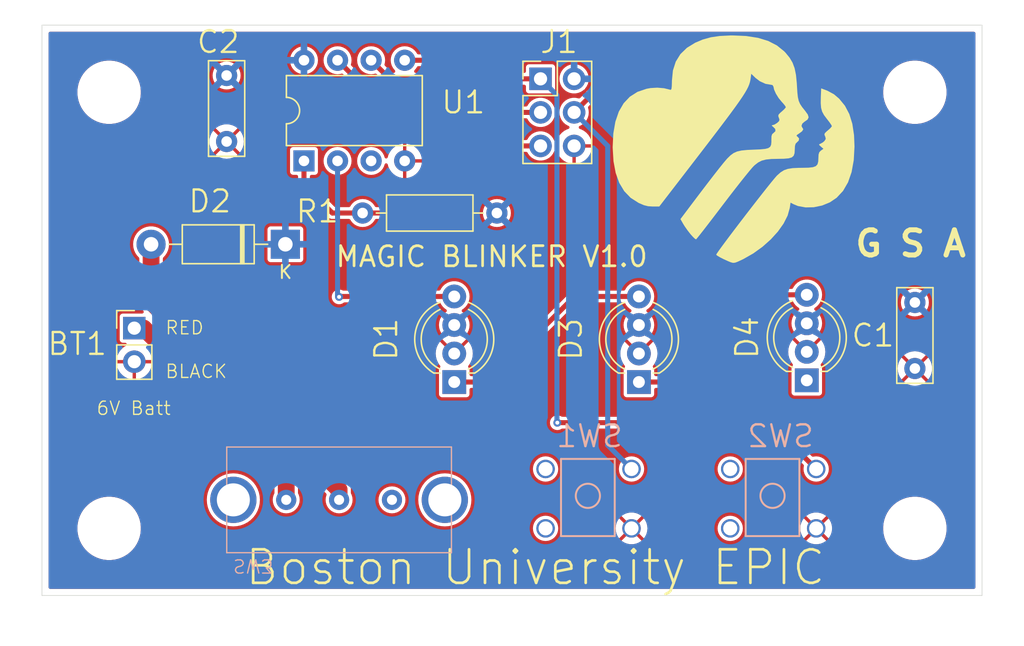
<source format=kicad_pcb>
(kicad_pcb (version 20240108) (generator "pcbnew") (generator_version "8.0")
  (layers (0 "F.Cu" signal) (31 "B.Cu" signal) (34 "B.Paste" user) (35 "F.Paste" user) (36 "B.SilkS" user "B.Silkscreen") (37 "F.SilkS" user "F.Silkscreen") (38 "B.Mask" user) (39 "F.Mask" user) (44 "Edge.Cuts" user))
  (net 0 "")
  (net 1 "+6V")
  (net 2 "GND")
  (net 3 "+5V")
  (net 4 "Net-(D1-DIN)")
  (net 5 "Net-(D1-DOUT)")
  (net 6 "Net-(D2-A)")
  (net 7 "Net-(D3-DOUT)")
  (net 9 "/MOSI")
  (net 10 "/MISO")
  (net 11 "/SCK")
  (net 12 "/nRST")
  (footprint "MountingHole:MountingHole_4.3mm_M4" (layer "F.Cu") (at 109.22 81.28)
    (property "Reference" "H4" (hide yes))
    (property "Value" "MountingHole")
    (pad "" np_thru_hole circle (at 0 0) (size 4.3 4.3) (drill 4.3) (layers "*.Cu" "*.Mask"))
  )
  (footprint "LED_THT:LED_D5.0mm-4_RGB_Wide_Pins" (layer "F.Cu") (at 88.3412 70.19985 90)
    (property "Reference" "D3" (at 3.2385 -5.1562 90) (layer "F.SilkS") (effects (font (size 1.651 1.651) (thickness 0.1778))))
    (property "Value" "Adafruit NeoPixel_THT")
    (fp_line (start 0.6785 -1.545) (end 0.6785 -1.08) (stroke (width 0.12)) (layer "F.SilkS"))
    (fp_line (start 0.6785 1.08) (end 0.6785 1.545) (stroke (width 0.12)) (layer "F.SilkS"))
    (fp_arc (start 0.6785 -1.54483) (mid 3.496956 -2.978809) (end 6.026315 -1.080827) (stroke (width 0.12)) (layer "F.SilkS"))
    (fp_arc (start 0.983816 -1.08) (mid 3.238262 -2.5) (end 5.492979 -1.080429) (stroke (width 0.12)) (layer "F.SilkS"))
    (fp_arc (start 5.492979 1.080429) (mid 3.238262 2.5) (end 0.983816 1.08) (stroke (width 0.12)) (layer "F.SilkS"))
    (fp_arc (start 6.026315 1.080827) (mid 3.496956 2.978808) (end 0.6785 1.54483) (stroke (width 0.12)) (layer "F.SilkS"))
    (pad "1" thru_hole rect (at 0 0 90) (size 1.8 1.8) (drill 0.9) (layers "*.Cu" "*.Mask") (net 7 "Net-(D3-DOUT)"))
    (pad "2" thru_hole circle (at 2.159 0 90) (size 1.8 1.8) (drill 0.9) (layers "*.Cu" "*.Mask") (net 2 "GND"))
    (pad "3" thru_hole circle (at 4.318 0 90) (size 1.8 1.8) (drill 0.9) (layers "*.Cu" "*.Mask") (net 3 "+5V"))
    (pad "4" thru_hole circle (at 6.477 0 90) (size 1.8 1.8) (drill 0.9) (layers "*.Cu" "*.Mask") (net 5 "Net-(D1-DOUT)"))
  )
  (footprint "MountingHole:MountingHole_4.3mm_M4" (layer "F.Cu") (at 109.22 48.26)
    (property "Reference" "H2" (hide yes))
    (property "Value" "MountingHole")
    (pad "" np_thru_hole circle (at 0 0) (size 4.3 4.3) (drill 4.3) (layers "*.Cu" "*.Mask"))
  )
  (footprint "Connector_PinHeader_2.54mm:PinHeader_2x03_P2.54mm_Vertical" (layer "F.Cu") (at 80.899 47.244)
    (property "Reference" "J1" (at 1.397 -2.794 0) (layer "F.SilkS") (effects (font (size 1.651 1.651) (thickness 0.1778))))
    (property "Value" "AVR-ISP-6")
    (fp_line (start -1.33 -1.33) (end 0 -1.33) (stroke (width 0.12)) (layer "F.SilkS"))
    (fp_line (start -1.33 0) (end -1.33 -1.33) (stroke (width 0.12)) (layer "F.SilkS"))
    (fp_line (start -1.33 1.27) (end -1.33 6.41) (stroke (width 0.12)) (layer "F.SilkS"))
    (fp_line (start -1.33 1.27) (end 1.27 1.27) (stroke (width 0.12)) (layer "F.SilkS"))
    (fp_line (start -1.33 6.41) (end 3.87 6.41) (stroke (width 0.12)) (layer "F.SilkS"))
    (fp_line (start 1.27 -1.33) (end 3.87 -1.33) (stroke (width 0.12)) (layer "F.SilkS"))
    (fp_line (start 1.27 1.27) (end 1.27 -1.33) (stroke (width 0.12)) (layer "F.SilkS"))
    (fp_line (start 3.87 -1.33) (end 3.87 6.41) (stroke (width 0.12)) (layer "F.SilkS"))
    (pad "1" thru_hole rect (at 0 0) (size 1.7 1.7) (drill 1) (layers "*.Cu" "*.Mask") (net 10 "/MISO"))
    (pad "2" thru_hole oval (at 2.54 0) (size 1.7 1.7) (drill 1) (layers "*.Cu" "*.Mask") (net 3 "+5V"))
    (pad "3" thru_hole oval (at 0 2.54) (size 1.7 1.7) (drill 1) (layers "*.Cu" "*.Mask") (net 11 "/SCK"))
    (pad "4" thru_hole oval (at 2.54 2.54) (size 1.7 1.7) (drill 1) (layers "*.Cu" "*.Mask") (net 9 "/MOSI"))
    (pad "5" thru_hole oval (at 0 5.08) (size 1.7 1.7) (drill 1) (layers "*.Cu" "*.Mask") (net 12 "/nRST"))
    (pad "6" thru_hole oval (at 2.54 5.08) (size 1.7 1.7) (drill 1) (layers "*.Cu" "*.Mask") (net 2 "GND"))
  )
  (footprint "Connector_PinHeader_2.54mm:PinHeader_1x02_P2.54mm_Vertical" (layer "F.Cu") (at 50.165 66.12)
    (property "Reference" "BT1" (at -4.318 1.19 0) (layer "F.SilkS") (effects (font (size 1.651 1.651) (thickness 0.1778))))
    (property "Value" "Battery")
    (fp_line (start -1.33 -1.33) (end 0 -1.33) (stroke (width 0.12)) (layer "F.SilkS"))
    (fp_line (start -1.33 0) (end -1.33 -1.33) (stroke (width 0.12)) (layer "F.SilkS"))
    (fp_line (start -1.33 1.27) (end -1.33 3.87) (stroke (width 0.12)) (layer "F.SilkS"))
    (fp_line (start -1.33 1.27) (end 1.33 1.27) (stroke (width 0.12)) (layer "F.SilkS"))
    (fp_line (start -1.33 3.87) (end 1.33 3.87) (stroke (width 0.12)) (layer "F.SilkS"))
    (fp_line (start 1.33 1.27) (end 1.33 3.87) (stroke (width 0.12)) (layer "F.SilkS"))
    (pad "1" thru_hole rect (at 0 0) (size 1.7 1.7) (drill 1) (layers "*.Cu" "*.Mask") (net 1 "+6V"))
    (pad "2" thru_hole oval (at 0 2.54) (size 1.7 1.7) (drill 1) (layers "*.Cu" "*.Mask") (net 2 "GND"))
  )
  (footprint "LED_THT:LED_D5.0mm-4_RGB_Wide_Pins" (layer "F.Cu") (at 101.0412 70.07285 90)
    (property "Reference" "D4" (at 3.2385 -4.5212 90) (layer "F.SilkS") (effects (font (size 1.651 1.651) (thickness 0.1778))))
    (property "Value" "Adafruit NeoPixel_THT")
    (fp_line (start 0.6785 -1.545) (end 0.6785 -1.08) (stroke (width 0.12)) (layer "F.SilkS"))
    (fp_line (start 0.6785 1.08) (end 0.6785 1.545) (stroke (width 0.12)) (layer "F.SilkS"))
    (fp_arc (start 0.6785 -1.54483) (mid 3.496956 -2.978809) (end 6.026315 -1.080827) (stroke (width 0.12)) (layer "F.SilkS"))
    (fp_arc (start 0.983816 -1.08) (mid 3.238262 -2.5) (end 5.492979 -1.080429) (stroke (width 0.12)) (layer "F.SilkS"))
    (fp_arc (start 5.492979 1.080429) (mid 3.238262 2.5) (end 0.983816 1.08) (stroke (width 0.12)) (layer "F.SilkS"))
    (fp_arc (start 6.026315 1.080827) (mid 3.496956 2.978808) (end 0.6785 1.54483) (stroke (width 0.12)) (layer "F.SilkS"))
    (pad "1" thru_hole rect (at 0 0 90) (size 1.8 1.8) (drill 0.9) (layers "*.Cu" "*.Mask"))
    (pad "2" thru_hole circle (at 2.159 0 90) (size 1.8 1.8) (drill 0.9) (layers "*.Cu" "*.Mask") (net 2 "GND"))
    (pad "3" thru_hole circle (at 4.318 0 90) (size 1.8 1.8) (drill 0.9) (layers "*.Cu" "*.Mask") (net 3 "+5V"))
    (pad "4" thru_hole circle (at 6.477 0 90) (size 1.8 1.8) (drill 0.9) (layers "*.Cu" "*.Mask") (net 7 "Net-(D3-DOUT)"))
  )
  (footprint "Capacitor_THT:C_Disc_D7.0mm_W2.5mm_P5.00mm" (layer "F.Cu") (at 57.15 46.99 -90)
    (property "Reference" "C2" (at -2.54 0.635 180) (layer "F.SilkS") (effects (font (size 1.651 1.651) (thickness 0.1778))))
    (property "Value" "0.1uF")
    (fp_line (start -1.12 1.37) (end 6.12 1.37) (stroke (width 0.12)) (layer "F.SilkS"))
    (fp_line (start -1.12 -1.37) (end -1.12 1.37) (stroke (width 0.12)) (layer "F.SilkS"))
    (fp_line (start -1.12 -1.37) (end 6.12 -1.37) (stroke (width 0.12)) (layer "F.SilkS"))
    (fp_line (start 6.12 -1.37) (end 6.12 1.37) (stroke (width 0.12)) (layer "F.SilkS"))
    (pad "1" thru_hole circle (at 0 0 270) (size 1.6 1.6) (drill 0.8) (layers "*.Cu" "*.Mask") (net 3 "+5V"))
    (pad "2" thru_hole circle (at 5 0 270) (size 1.6 1.6) (drill 0.8) (layers "*.Cu" "*.Mask") (net 2 "GND"))
  )
  (footprint "LED_THT:LED_D5.0mm-4_RGB_Wide_Pins" (layer "F.Cu") (at 74.3712 70.19985 90)
    (property "Reference" "D1" (at 3.2385 -5.1562 90) (layer "F.SilkS") (effects (font (size 1.651 1.651) (thickness 0.1778))))
    (property "Value" "Adafruit NeoPixel_THT")
    (fp_line (start 0.6785 -1.545) (end 0.6785 -1.08) (stroke (width 0.12)) (layer "F.SilkS"))
    (fp_line (start 0.6785 1.08) (end 0.6785 1.545) (stroke (width 0.12)) (layer "F.SilkS"))
    (fp_arc (start 0.6785 -1.54483) (mid 3.496956 -2.978809) (end 6.026315 -1.080827) (stroke (width 0.12)) (layer "F.SilkS"))
    (fp_arc (start 0.983816 -1.08) (mid 3.238262 -2.5) (end 5.492979 -1.080429) (stroke (width 0.12)) (layer "F.SilkS"))
    (fp_arc (start 5.492979 1.080429) (mid 3.238262 2.5) (end 0.983816 1.08) (stroke (width 0.12)) (layer "F.SilkS"))
    (fp_arc (start 6.026315 1.080827) (mid 3.496956 2.978808) (end 0.6785 1.54483) (stroke (width 0.12)) (layer "F.SilkS"))
    (pad "1" thru_hole rect (at 0 0 90) (size 1.8 1.8) (drill 0.9) (layers "*.Cu" "*.Mask") (net 5 "Net-(D1-DOUT)"))
    (pad "2" thru_hole circle (at 2.159 0 90) (size 1.8 1.8) (drill 0.9) (layers "*.Cu" "*.Mask") (net 2 "GND"))
    (pad "3" thru_hole circle (at 4.318 0 90) (size 1.8 1.8) (drill 0.9) (layers "*.Cu" "*.Mask") (net 3 "+5V"))
    (pad "4" thru_hole circle (at 6.477 0 90) (size 1.8 1.8) (drill 0.9) (layers "*.Cu" "*.Mask") (net 4 "Net-(D1-DIN)"))
  )
  (footprint "Diode_THT:D_DO-41_SOD81_P10.16mm_Horizontal" (layer "F.Cu") (at 61.595 59.77 180)
    (property "Reference" "D2" (at 5.715 3.255 0) (layer "F.SilkS") (effects (font (size 1.651 1.651) (thickness 0.1778))))
    (property "Value" "1N4002")
    (fp_line (start 8.82 0) (end 7.8 0) (stroke (width 0.12)) (layer "F.SilkS"))
    (fp_line (start 7.8 1.47) (end 7.8 -1.47) (stroke (width 0.12)) (layer "F.SilkS"))
    (fp_line (start 7.8 -1.47) (end 2.36 -1.47) (stroke (width 0.12)) (layer "F.SilkS"))
    (fp_line (start 3.38 -1.47) (end 3.38 1.47) (stroke (width 0.12)) (layer "F.SilkS"))
    (fp_line (start 3.26 -1.47) (end 3.26 1.47) (stroke (width 0.12)) (layer "F.SilkS"))
    (fp_line (start 3.14 -1.47) (end 3.14 1.47) (stroke (width 0.12)) (layer "F.SilkS"))
    (fp_line (start 2.36 1.47) (end 7.8 1.47) (stroke (width 0.12)) (layer "F.SilkS"))
    (fp_line (start 2.36 -1.47) (end 2.36 1.47) (stroke (width 0.12)) (layer "F.SilkS"))
    (fp_line (start 1.34 0) (end 2.36 0) (stroke (width 0.12)) (layer "F.SilkS"))
    (fp_text user "K" (at 0 -2.1 0) (layer "F.SilkS"))
    (pad "1" thru_hole rect (at 0 0 180) (size 2.2 2.2) (drill 1.1) (layers "*.Cu" "*.Mask") (net 3 "+5V"))
    (pad "2" thru_hole oval (at 10.16 0 180) (size 2.2 2.2) (drill 1.1) (layers "*.Cu" "*.Mask") (net 6 "Net-(D2-A)"))
  )
  (footprint "Resistor_THT:R_Axial_DIN0207_L6.3mm_D2.5mm_P10.16mm_Horizontal" (layer "F.Cu") (at 77.597 57.404 180)
    (property "Reference" "R1" (at 13.589 0.127 360) (layer "F.SilkS") (effects (font (size 1.651 1.651) (thickness 0.1778))))
    (property "Value" "10k")
    (fp_line (start 9.12 0) (end 8.35 0) (stroke (width 0.12)) (layer "F.SilkS"))
    (fp_line (start 8.35 1.37) (end 8.35 -1.37) (stroke (width 0.12)) (layer "F.SilkS"))
    (fp_line (start 8.35 -1.37) (end 1.81 -1.37) (stroke (width 0.12)) (layer "F.SilkS"))
    (fp_line (start 1.81 1.37) (end 8.35 1.37) (stroke (width 0.12)) (layer "F.SilkS"))
    (fp_line (start 1.81 -1.37) (end 1.81 1.37) (stroke (width 0.12)) (layer "F.SilkS"))
    (fp_line (start 1.04 0) (end 1.81 0) (stroke (width 0.12)) (layer "F.SilkS"))
    (pad "1" thru_hole circle (at 0 0 180) (size 1.6 1.6) (drill 0.8) (layers "*.Cu" "*.Mask") (net 3 "+5V"))
    (pad "2" thru_hole oval (at 10.16 0 180) (size 1.6 1.6) (drill 0.8) (layers "*.Cu" "*.Mask") (net 12 "/nRST"))
  )
  (footprint "Package_DIP:DIP-8_W7.62mm" (layer "F.Cu") (at 63.002 53.457 90)
    (property "Reference" "U1" (at 4.435 12.055 180) (layer "F.SilkS") (effects (font (size 1.651 1.651) (thickness 0.1778))))
    (property "Value" "ATtiny85-20P")
    (fp_line (start 6.46 -1.33) (end 4.81 -1.33) (stroke (width 0.12)) (layer "F.SilkS"))
    (fp_line (start 2.81 -1.33) (end 1.16 -1.33) (stroke (width 0.12)) (layer "F.SilkS"))
    (fp_line (start 1.16 -1.33) (end 1.16 8.95) (stroke (width 0.12)) (layer "F.SilkS"))
    (fp_line (start 6.46 8.95) (end 6.46 -1.33) (stroke (width 0.12)) (layer "F.SilkS"))
    (fp_line (start 1.16 8.95) (end 6.46 8.95) (stroke (width 0.12)) (layer "F.SilkS"))
    (fp_arc (start 4.81 -1.33) (mid 3.81 -0.33) (end 2.81 -1.33) (stroke (width 0.12)) (layer "F.SilkS"))
    (pad "1" thru_hole rect (at 0 0 90) (size 1.6 1.6) (drill 0.8) (layers "*.Cu" "*.Mask") (net 12 "/nRST"))
    (pad "2" thru_hole oval (at 0 2.54 90) (size 1.6 1.6) (drill 0.8) (layers "*.Cu" "*.Mask") (net 4 "Net-(D1-DIN)"))
    (pad "3" thru_hole oval (at 0 5.08 90) (size 1.6 1.6) (drill 0.8) (layers "*.Cu" "*.Mask"))
    (pad "4" thru_hole oval (at 0 7.62 90) (size 1.6 1.6) (drill 0.8) (layers "*.Cu" "*.Mask") (net 2 "GND"))
    (pad "5" thru_hole oval (at 7.62 7.62 90) (size 1.6 1.6) (drill 0.8) (layers "*.Cu" "*.Mask") (net 9 "/MOSI"))
    (pad "6" thru_hole oval (at 7.62 5.08 90) (size 1.6 1.6) (drill 0.8) (layers "*.Cu" "*.Mask") (net 10 "/MISO"))
    (pad "7" thru_hole oval (at 7.62 2.54 90) (size 1.6 1.6) (drill 0.8) (layers "*.Cu" "*.Mask") (net 11 "/SCK"))
    (pad "8" thru_hole oval (at 7.62 0 90) (size 1.6 1.6) (drill 0.8) (layers "*.Cu" "*.Mask") (net 3 "+5V"))
  )
  (footprint "MountingHole:MountingHole_4.3mm_M4" (layer "F.Cu") (at 48.26 48.26)
    (property "Reference" "H1" (hide yes))
    (property "Value" "MountingHole")
    (pad "" np_thru_hole circle (at 0 0) (size 4.3 4.3) (drill 4.3) (layers "*.Cu" "*.Mask"))
  )
  (footprint "Capacitor_THT:C_Disc_D7.0mm_W2.5mm_P5.00mm" (layer "F.Cu") (at 109.22 64.175 -90)
    (property "Reference" "C1" (at 2.5 3.175 180) (layer "F.SilkS") (effects (font (size 1.651 1.651) (thickness 0.1778))))
    (property "Value" "0.1uF")
    (fp_line (start -1.12 1.37) (end 6.12 1.37) (stroke (width 0.12)) (layer "F.SilkS"))
    (fp_line (start -1.12 -1.37) (end -1.12 1.37) (stroke (width 0.12)) (layer "F.SilkS"))
    (fp_line (start -1.12 -1.37) (end 6.12 -1.37) (stroke (width 0.12)) (layer "F.SilkS"))
    (fp_line (start 6.12 -1.37) (end 6.12 1.37) (stroke (width 0.12)) (layer "F.SilkS"))
    (pad "1" thru_hole circle (at 0 0 270) (size 1.6 1.6) (drill 0.8) (layers "*.Cu" "*.Mask") (net 3 "+5V"))
    (pad "2" thru_hole circle (at 5 0 270) (size 1.6 1.6) (drill 0.8) (layers "*.Cu" "*.Mask") (net 2 "GND"))
  )
  (footprint "gs_logo:gs_logo" (layer "F.Cu") (at 95.377 52.451)
    (property "Reference" "FID1" (hide yes))
    (property "Value" "Fiducial" (hide yes))
    (fp_poly (pts (xy 7.217804 -4.310484) (xy 7.719095 -4.040105) (xy 8.114995 -3.703789) (xy 8.552732 -3.168054) (xy 8.883405 -2.538353) (xy 9.111091 -1.801965) (xy 9.239868 -0.946168) (xy 9.274611 -0.08495) (xy 9.219229 0.945851) (xy 9.055989 1.851169) (xy 8.785695 2.629179) (xy 8.40915 3.278053) (xy 7.927158 3.795965) (xy 7.414807 4.142805) (xy 6.82179 4.385863) (xy 6.193346 4.515214) (xy 5.571716 4.52851) (xy 4.999138 4.423401) (xy 4.681548 4.29478) (xy 4.435901 4.167751) (xy 4.37696 4.568658) (xy 4.216305 5.146214) (xy 3.910971 5.749401) (xy 3.479816 6.357798) (xy 2.941701 6.950989) (xy 2.315485 7.508553) (xy 1.620028 8.010073) (xy 0.87419 8.43513) (xy 0.750074 8.495325) (xy 0.445643 8.636886) (xy 0.241913 8.712408) (xy 0.085303 8.727017) (xy -0.077765 8.685838) (xy -0.297325 8.595505) (xy -0.615137 8.45138) (xy -0.894616 8.309297) (xy -1.098102 8.189847) (xy -1.187932 8.113619) (xy -1.189298 8.107843) (xy -1.138865 8.016626) (xy -0.99618 7.808805) (xy -0.774165 7.501206) (xy -0.485739 7.110657) (xy -0.143825 6.653986) (xy 0.238656 6.148022) (xy 0.648783 5.609592) (xy 1.073635 5.055525) (xy 1.500292 4.502648) (xy 1.915831 3.96779) (xy 2.307332 3.467778) (xy 2.661873 3.01944) (xy 2.966534 2.639605) (xy 3.208393 2.3451) (xy 3.374529 2.152753) (xy 3.419207 2.105899) (xy 3.680786 1.873776) (xy 3.938387 1.712227) (xy 4.23135 1.609274) (xy 4.599012 1.552937) (xy 5.080709 1.531236) (xy 5.3117 1.529571) (xy 5.794308 1.519948) (xy 6.132535 1.482002) (xy 6.35134 1.401175) (xy 6.475683 1.262912) (xy 6.530522 1.052657) (xy 6.541137 0.812568) (xy 6.554819 0.526161) (xy 6.608034 0.352219) (xy 6.719031 0.234647) (xy 6.732274 0.225059) (xy 6.923411 0.089596) (xy 6.730592 -0.076368) (xy 6.604395 -0.195501) (xy 6.603646 -0.254714) (xy 6.698151 -0.293234) (xy 6.881474 -0.395977) (xy 7.003928 -0.504801) (xy 7.100222 -0.657825) (xy 7.066826 -0.81775) (xy 7.046317 -0.857942) (xy 6.997085 -0.987237) (xy 7.032212 -1.096302) (xy 7.175191 -1.23542) (xy 7.251921 -1.297997) (xy 7.435627 -1.461677) (xy 7.546109 -1.591583) (xy 7.560535 -1.628016) (xy 7.51026 -1.730628) (xy 7.378103 -1.922364) (xy 7.192061 -2.162763) (xy 7.181364 -2.175928) (xy 6.964439 -2.465194) (xy 6.824047 -2.728123) (xy 6.746793 -3.013679) (xy 6.719285 -3.370822) (xy 6.727574 -3.834788) (xy 6.753511 -4.483957)) (fill solid) (layer "F.SilkS"))
    (fp_poly (pts (xy 1.084763 -8.448909) (xy 1.979143 -8.30998) (xy 2.748494 -8.073725) (xy 3.401932 -7.737152) (xy 3.948573 -7.297265) (xy 4.063783 -7.177197) (xy 4.365732 -6.807729) (xy 4.588416 -6.431177) (xy 4.744683 -6.010028) (xy 4.847382 -5.506767) (xy 4.909361 -4.883882) (xy 4.921721 -4.672241) (xy 4.95149 -4.181061) (xy 4.991394 -3.817627) (xy 5.055213 -3.539824) (xy 5.156729 -3.305537) (xy 5.309724 -3.072651) (xy 5.527979 -2.799053) (xy 5.539071 -2.785693) (xy 5.74124 -2.504417) (xy 5.804147 -2.293822) (xy 5.725909 -2.124625) (xy 5.504644 -1.967547) (xy 5.485841 -1.957366) (xy 5.324335 -1.813716) (xy 5.26599 -1.643216) (xy 5.327746 -1.503483) (xy 5.348129 -1.488915) (xy 5.400265 -1.381799) (xy 5.307918 -1.234303) (xy 5.084746 -1.068155) (xy 5.082974 -1.067107) (xy 4.919409 -0.957762) (xy 4.891127 -0.887387) (xy 4.958214 -0.833769) (xy 5.083363 -0.693442) (xy 5.056023 -0.527392) (xy 4.92709 -0.405034) (xy 4.820737 -0.29906) (xy 4.769362 -0.121154) (xy 4.75719 0.143042) (xy 4.74067 0.420437) (xy 4.67451 0.614901) (xy 4.533812 0.740751) (xy 4.293677 0.812305) (xy 3.929208 0.843877) (xy 3.527753 0.849972) (xy 2.987747 0.861712) (xy 2.577276 0.903742) (xy 2.257043 0.987308) (xy 1.987754 1.123656) (xy 1.730115 1.324034) (xy 1.665634 1.382915) (xy 1.527315 1.531823) (xy 1.301267 1.799192) (xy 1.001503 2.167412) (xy 0.642035 2.618876) (xy 0.236876 3.135975) (xy -0.199961 3.701101) (xy -0.654464 4.296646) (xy -0.681596 4.332442) (xy -1.121629 4.911547) (xy -1.530797 5.446843) (xy -1.897539 5.923443) (xy -2.210291 6.326459) (xy -2.45749 6.641005) (xy -2.627575 6.852194) (xy -2.708981 6.945138) (xy -2.713208 6.948122) (xy -2.798675 6.900894) (xy -2.954467 6.753272) (xy -3.130954 6.555698) (xy -3.359879 6.262449) (xy -3.576747 5.952439) (xy -3.686828 5.774785) (xy -3.893457 5.411008) (xy -3.12034 4.383263) (xy -2.450531 3.496031) (xy -1.86325 2.724774) (xy -1.36167 2.073567) (xy -0.948961 1.546485) (xy -0.628295 1.147604) (xy -0.402842 0.880999) (xy -0.348304 0.821063) (xy -0.104138 0.581588) (xy 0.131988 0.409687) (xy 0.39668 0.293071) (xy 0.726545 0.219453) (xy 1.158189 0.176543) (xy 1.636137 0.154917) (xy 2.146041 0.133399) (xy 2.51005 0.098514) (xy 2.752169 0.037094) (xy 2.896402 -0.064027) (xy 2.966754 -0.218017) (xy 2.98723 -0.438043) (xy 2.986076 -0.585555) (xy 2.993705 -0.860163) (xy 3.042618 -1.017205) (xy 3.144721 -1.105192) (xy 3.292141 -1.246612) (xy 3.276198 -1.412731) (xy 3.124242 -1.566755) (xy 3.010878 -1.66269) (xy 3.042464 -1.697824) (xy 3.07031 -1.698996) (xy 3.228107 -1.748856) (xy 3.421434 -1.86912) (xy 3.425603 -1.87238) (xy 3.571067 -2.010239) (xy 3.594163 -2.135715) (xy 3.549286 -2.258082) (xy 3.50369 -2.398363) (xy 3.538356 -2.51298) (xy 3.677327 -2.654289) (xy 3.76507 -2.728006) (xy 3.949166 -2.894934) (xy 4.061456 -3.026016) (xy 4.077592 -3.064181) (xy 4.022977 -3.16549) (xy 3.88318 -3.339121) (xy 3.770616 -3.461508) (xy 3.531864 -3.753916) (xy 3.328318 -4.083002) (xy 3.18969 -4.394289) (xy 3.145009 -4.608528) (xy 3.074336 -4.7329) (xy 2.961862 -4.75719) (xy 2.541675 -4.8286) (xy 2.115296 -5.022894) (xy 1.788606 -5.272213) (xy 1.463918 -5.587312) (xy 1.419672 -5.25743) (xy 1.394757 -5.09879) (xy 1.359329 -4.941712) (xy 1.306965 -4.776885) (xy 1.231242 -4.594998) (xy 1.125738 -4.386738) (xy 0.98403 -4.142796) (xy 0.799695 -3.853859) (xy 0.56631 -3.510615) (xy 0.277453 -3.103755) (xy -0.073299 -2.623965) (xy -0.492368 -2.061935) (xy -0.986178 -1.408353) (xy -1.561151 -0.653908) (xy -2.22371 0.210711) (xy -2.980278 1.194817) (xy -3.466546 1.826422) (xy -5.494684 4.459866) (xy -5.998525 4.459834) (xy -6.340674 4.43836) (xy -6.65455 4.360403) (xy -7.018243 4.205587) (xy -7.07036 4.18018) (xy -7.662792 3.800943) (xy -8.146749 3.298695) (xy -8.523351 2.67101) (xy -8.793716 1.915463) (xy -8.958966 1.029632) (xy -9.020219 0.011089) (xy -9.020568 -0.042475) (xy -8.971971 -1.068172) (xy -8.817281 -1.962874) (xy -8.556844 -2.726044) (xy -8.191005 -3.357143) (xy -7.720108 -3.855635) (xy -7.144498 -4.22098) (xy -6.46452 -4.452643) (xy -6.156372 -4.508755) (xy -5.647046 -4.538328) (xy -5.132644 -4.495709) (xy -4.693296 -4.387855) (xy -4.672241 -4.379914) (xy -4.610115 -4.3807) (xy -4.570846 -4.45996) (xy -4.549022 -4.645712) (xy -4.539231 -4.965972) (xy -4.537987 -5.074876) (xy -4.462455 -5.840867) (xy -4.249405 -6.50769) (xy -3.896669 -7.078874) (xy -3.402077 -7.557947) (xy -2.775448 -7.942561) (xy -2.197538 -8.186131) (xy -1.591839 -8.353477) (xy -0.916463 -8.452747) (xy -0.129522 -8.492093) (xy 0.056239 -8.493508)) (fill solid) (layer "F.SilkS"))
  )
  (footprint "MountingHole:MountingHole_4.3mm_M4" (layer "F.Cu") (at 48.26 81.28)
    (property "Reference" "H3" (hide yes))
    (property "Value" "MountingHole")
    (pad "" np_thru_hole circle (at 0 0) (size 4.3 4.3) (drill 4.3) (layers "*.Cu" "*.Mask"))
  )
  (footprint "push_sw:BTN-B3F-1000" (layer "B.Cu") (at 101.7524 76.7842 180)
    (property "Reference" "SW2" (at 2.6924 2.4892 0) (layer "B.SilkS") (effects (font (size 1.651 1.651) (thickness 0.1778)) (justify mirror)))
    (property "Value" "SW_Push" (hide yes))
    (fp_line (start 5.334 0.762) (end 1.27 0.762) (stroke (width 0.15)) (layer "B.SilkS"))
    (fp_line (start 5.334 -5.08) (end 5.334 0.762) (stroke (width 0.15)) (layer "B.SilkS"))
    (fp_line (start 1.27 0.762) (end 1.27 -5.08) (stroke (width 0.15)) (layer "B.SilkS"))
    (fp_line (start 1.27 -5.08) (end 5.334 -5.08) (stroke (width 0.15)) (layer "B.SilkS"))
    (fp_circle (center 3.302 -2.032) (end 3.81 -2.794) (stroke (width 0.15)) (fill none) (layer "B.SilkS"))
    (pad "1" thru_hole circle (at 0 0 180) (size 1.397 1.397) (drill 1.0668) (layers "*.Cu" "*.Mask") (net 10 "/MISO"))
    (pad "2" thru_hole circle (at 0 -4.4958 180) (size 1.397 1.397) (drill 1.0668) (layers "*.Cu" "*.Mask") (net 2 "GND"))
    (pad "3" thru_hole circle (at 6.5024 -4.4958 180) (size 1.397 1.397) (drill 1.0668) (layers "*.Cu" "*.Mask"))
    (pad "4" thru_hole circle (at 6.5024 0 180) (size 1.397 1.397) (drill 1.0668) (layers "*.Cu" "*.Mask"))
  )
  (footprint "my_slide_sw:Slide_SLW-1711575-5A-N-D" (layer "B.Cu") (at 65.659 79.121)
    (property "Reference" "SW3" (at -6.5 5 180) (layer "B.SilkS") (effects (font (thickness 0.1)) (justify mirror)))
    (property "Value" "SW_SPST")
    (fp_line (start -8.5 -4) (end 8.5 -4) (stroke (width 0.1)) (layer "B.SilkS"))
    (fp_line (start -8.5 0) (end -8.5 -4) (stroke (width 0.1)) (layer "B.SilkS"))
    (fp_line (start -8.5 4) (end -8.5 0) (stroke (width 0.1)) (layer "B.SilkS"))
    (fp_line (start 8.5 -4) (end 8.5 4) (stroke (width 0.1)) (layer "B.SilkS"))
    (fp_line (start 8.5 4) (end -8.5 4) (stroke (width 0.1)) (layer "B.SilkS"))
    (pad "1" thru_hole circle (at -4 0) (size 1.524 1.524) (drill 0.762) (layers "*.Cu" "*.Mask") (net 1 "+6V"))
    (pad "2" thru_hole circle (at 0 0) (size 1.524 1.524) (drill 0.762) (layers "*.Cu" "*.Mask") (net 6 "Net-(D2-A)"))
    (pad "3" thru_hole circle (at 4 0) (size 1.524 1.524) (drill 0.762) (layers "*.Cu" "*.Mask"))
    (pad "4" thru_hole circle (at -8 0) (size 3.5 3.5) (drill 2.5) (layers "*.Cu" "*.Mask"))
    (pad "5" thru_hole circle (at 8 0) (size 3.5 3.5) (drill 2.5) (layers "*.Cu" "*.Mask"))
  )
  (footprint "push_sw:BTN-B3F-1000" (layer "B.Cu") (at 87.7824 76.7842 180)
    (property "Reference" "SW1" (at 3.175 2.4892 0) (layer "B.SilkS") (effects (font (size 1.651 1.651) (thickness 0.1778)) (justify mirror)))
    (property "Value" "SW_Push" (hide yes))
    (fp_line (start 5.334 0.762) (end 1.27 0.762) (stroke (width 0.15)) (layer "B.SilkS"))
    (fp_line (start 5.334 -5.08) (end 5.334 0.762) (stroke (width 0.15)) (layer "B.SilkS"))
    (fp_line (start 1.27 0.762) (end 1.27 -5.08) (stroke (width 0.15)) (layer "B.SilkS"))
    (fp_line (start 1.27 -5.08) (end 5.334 -5.08) (stroke (width 0.15)) (layer "B.SilkS"))
    (fp_circle (center 3.302 -2.032) (end 3.81 -2.794) (stroke (width 0.15)) (fill none) (layer "B.SilkS"))
    (pad "1" thru_hole circle (at 0 0 180) (size 1.397 1.397) (drill 1.0668) (layers "*.Cu" "*.Mask") (net 9 "/MOSI"))
    (pad "2" thru_hole circle (at 0 -4.4958 180) (size 1.397 1.397) (drill 1.0668) (layers "*.Cu" "*.Mask") (net 2 "GND"))
    (pad "3" thru_hole circle (at 6.5024 -4.4958 180) (size 1.397 1.397) (drill 1.0668) (layers "*.Cu" "*.Mask"))
    (pad "4" thru_hole circle (at 6.5024 0 180) (size 1.397 1.397) (drill 1.0668) (layers "*.Cu" "*.Mask"))
  )
  (gr_line (start 114.3 43.18) (end 114.3 86.36) (stroke (width 0.05)) (layer "Edge.Cuts"))
  (gr_line (start 43.18 86.36) (end 43.18 43.18) (stroke (width 0.05)) (layer "Edge.Cuts"))
  (gr_line (start 114.3 86.36) (end 43.18 86.36) (stroke (width 0.05)) (layer "Edge.Cuts"))
  (gr_line (start 43.18 43.18) (end 114.3 43.18) (stroke (width 0.05)) (layer "Edge.Cuts"))
  (gr_text "MAGIC BLINKER V1.0" (at 65.278 61.595 0) (layer "F.SilkS") (effects (font (size 1.524 1.524) (thickness 0.2032)) (justify left bottom)))
  (gr_text "RED" (at 52.451 66.675 0) (layer "F.SilkS") (effects (font (size 1 1) (thickness 0.1)) (justify left bottom)))
  (gr_text "Boston University EPIC" (at 58.42 85.725 0) (layer "F.SilkS") (effects (font (size 2.54 2.54) (thickness 0.2032)) (justify left bottom)))
  (gr_text "6V Batt" (at 47.244 72.771 0) (layer "F.SilkS") (effects (font (size 1 1) (thickness 0.1)) (justify left bottom)))
  (gr_text "BLACK" (at 52.451 69.977 0) (layer "F.SilkS") (effects (font (size 1 1) (thickness 0.1)) (justify left bottom)))
  (gr_text "G S A" (at 104.521 60.833 0) (layer "F.SilkS") (effects (font (size 1.905 1.905) (thickness 0.381) (bold yes)) (justify left bottom)))
  (segment (start 50.165 66.12) (end 50.88 66.12) (width 1.27) (layer "F.Cu") (net 1))
  (segment (start 61.659 76.899) (end 61.659 79.121) (width 1.27) (layer "F.Cu") (net 1))
  (segment (start 50.88 66.12) (end 61.659 76.899) (width 1.27) (layer "F.Cu") (net 1))
  (segment (start 65.69015 63.72285) (end 74.3712 63.72285) (width 0.381) (layer "F.Cu") (net 4))
  (segment (start 65.659 63.754) (end 65.69015 63.72285) (width 0.381) (layer "F.Cu") (net 4))
  (via (at 65.659 63.754) (size 0.6) (drill 0.3) (layers "F.Cu" "B.Cu") (net 4))
  (segment (start 65.542 53.457) (end 65.542 63.637) (width 0.381) (layer "B.Cu") (net 4))
  (segment (start 65.542 63.637) (end 65.659 63.754) (width 0.381) (layer "B.Cu") (net 4))
  (segment (start 83.47015 63.72285) (end 88.3412 63.72285) (width 0.381) (layer "F.Cu") (net 5))
  (segment (start 74.3712 70.19985) (end 76.99315 70.19985) (width 0.381) (layer "F.Cu") (net 5))
  (segment (start 76.99315 70.19985) (end 83.47015 63.72285) (width 0.381) (layer "F.Cu") (net 5))
  (segment (start 51.435 59.77) (end 51.435 64.135) (width 1.27) (layer "F.Cu") (net 6))
  (segment (start 51.435 64.135) (end 65.659 78.359) (width 1.27) (layer "F.Cu") (net 6))
  (segment (start 65.659 78.359) (end 65.659 79.121) (width 1.27) (layer "F.Cu") (net 6))
  (segment (start 91.21715 70.19985) (end 97.82115 63.59585) (width 0.381) (layer "F.Cu") (net 7))
  (segment (start 88.3412 70.19985) (end 91.21715 70.19985) (width 0.381) (layer "F.Cu") (net 7))
  (segment (start 97.82115 63.59585) (end 101.0412 63.59585) (width 0.381) (layer "F.Cu") (net 7))
  (segment (start 77.343 44.704) (end 86.233 44.704) (width 0.381) (layer "F.Cu") (net 9))
  (segment (start 86.233 44.704) (end 86.487 44.958) (width 0.381) (layer "F.Cu") (net 9))
  (segment (start 70.622 45.837) (end 76.21 45.837) (width 0.381) (layer "F.Cu") (net 9))
  (segment (start 76.21 45.837) (end 77.343 44.704) (width 0.381) (layer "F.Cu") (net 9))
  (segment (start 86.487 44.958) (end 86.487 46.736) (width 0.381) (layer "F.Cu") (net 9))
  (segment (start 86.487 46.736) (end 83.439 49.784) (width 0.381) (layer "F.Cu") (net 9))
  (segment (start 85.979 74.9808) (end 87.7824 76.7842) (width 0.381) (layer "B.Cu") (net 9))
  (segment (start 85.979 52.324) (end 85.979 74.9808) (width 0.381) (layer "B.Cu") (net 9))
  (segment (start 83.439 49.784) (end 85.979 52.324) (width 0.381) (layer "B.Cu") (net 9))
  (segment (start 82.169 73.279) (end 98.2472 73.279) (width 0.381) (layer "F.Cu") (net 10))
  (segment (start 98.2472 73.279) (end 101.7524 76.7842) (width 0.381) (layer "F.Cu") (net 10))
  (segment (start 69.489 47.244) (end 80.899 47.244) (width 0.381) (layer "F.Cu") (net 10))
  (segment (start 68.082 45.837) (end 69.489 47.244) (width 0.381) (layer "F.Cu") (net 10))
  (via (at 82.169 73.279) (size 0.6) (drill 0.3) (layers "F.Cu" "B.Cu") (net 10))
  (segment (start 82.1395 48.4845) (end 82.1395 73.2495) (width 0.381) (layer "B.Cu") (net 10))
  (segment (start 80.899 47.244) (end 82.1395 48.4845) (width 0.381) (layer "B.Cu") (net 10))
  (segment (start 82.1395 73.2495) (end 82.169 73.279) (width 0.381) (layer "B.Cu") (net 10))
  (segment (start 69.489 49.784) (end 80.899 49.784) (width 0.381) (layer "F.Cu") (net 11))
  (segment (start 65.542 45.837) (end 69.489 49.784) (width 0.381) (layer "F.Cu") (net 11))
  (segment (start 63.002 53.457) (end 63.002 55.255) (width 0.381) (layer "F.Cu") (net 12))
  (segment (start 72.644 57.404) (end 67.437 57.404) (width 0.381) (layer "F.Cu") (net 12))
  (segment (start 80.899 52.324) (end 77.724 52.324) (width 0.381) (layer "F.Cu") (net 12))
  (segment (start 65.151 57.404) (end 67.437 57.404) (width 0.381) (layer "F.Cu") (net 12))
  (segment (start 63.002 55.255) (end 65.151 57.404) (width 0.381) (layer "F.Cu") (net 12))
  (segment (start 77.724 52.324) (end 72.644 57.404) (width 0.381) (layer "F.Cu") (net 12))
  (zone (net 2) (net_name "GND") (layer "F.Cu") (connect_pads (clearance 0.254)) (min_thickness 0.25) (fill yes (thermal_gap 0.508) (thermal_bridge_width 0.254))
    (polygon (pts (xy 40.005 41.275) (xy 116.205 41.275) (xy 116.205 88.265) (xy 40.005 88.265)))
  )
  (zone (net 3) (net_name "+5V") (layer "B.Cu") (priority 1) (connect_pads (clearance 0.5)) (min_thickness 0.25) (fill yes (thermal_gap 0.5) (thermal_bridge_width 0.5))
    (polygon (pts (xy 41.275 42.545) (xy 117.475 42.545) (xy 117.475 90.17) (xy 41.275 90.17)))
  )
)
</source>
